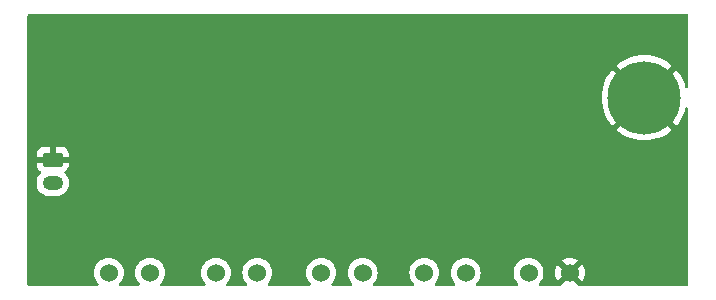
<source format=gbl>
G04 #@! TF.GenerationSoftware,KiCad,Pcbnew,8.0.0-rc1*
G04 #@! TF.CreationDate,2025-04-08T13:29:49+03:00*
G04 #@! TF.ProjectId,ST_Board_V1.0,53545f42-6f61-4726-945f-56312e302e6b,rev?*
G04 #@! TF.SameCoordinates,Original*
G04 #@! TF.FileFunction,Copper,L2,Bot*
G04 #@! TF.FilePolarity,Positive*
%FSLAX46Y46*%
G04 Gerber Fmt 4.6, Leading zero omitted, Abs format (unit mm)*
G04 Created by KiCad (PCBNEW 8.0.0-rc1) date 2025-04-08 13:29:49*
%MOMM*%
%LPD*%
G01*
G04 APERTURE LIST*
G04 Aperture macros list*
%AMRoundRect*
0 Rectangle with rounded corners*
0 $1 Rounding radius*
0 $2 $3 $4 $5 $6 $7 $8 $9 X,Y pos of 4 corners*
0 Add a 4 corners polygon primitive as box body*
4,1,4,$2,$3,$4,$5,$6,$7,$8,$9,$2,$3,0*
0 Add four circle primitives for the rounded corners*
1,1,$1+$1,$2,$3*
1,1,$1+$1,$4,$5*
1,1,$1+$1,$6,$7*
1,1,$1+$1,$8,$9*
0 Add four rect primitives between the rounded corners*
20,1,$1+$1,$2,$3,$4,$5,0*
20,1,$1+$1,$4,$5,$6,$7,0*
20,1,$1+$1,$6,$7,$8,$9,0*
20,1,$1+$1,$8,$9,$2,$3,0*%
G04 Aperture macros list end*
G04 #@! TA.AperFunction,ComponentPad*
%ADD10C,1.524000*%
G04 #@! TD*
G04 #@! TA.AperFunction,ComponentPad*
%ADD11C,0.900000*%
G04 #@! TD*
G04 #@! TA.AperFunction,ComponentPad*
%ADD12C,6.200000*%
G04 #@! TD*
G04 #@! TA.AperFunction,ComponentPad*
%ADD13O,1.750000X1.200000*%
G04 #@! TD*
G04 #@! TA.AperFunction,ComponentPad*
%ADD14RoundRect,0.250000X-0.625000X0.350000X-0.625000X-0.350000X0.625000X-0.350000X0.625000X0.350000X0*%
G04 #@! TD*
G04 APERTURE END LIST*
D10*
X153610000Y-101040000D03*
X157110000Y-101040000D03*
D11*
X174827580Y-86212000D03*
X174077580Y-88062000D03*
X174077580Y-84362000D03*
X172227580Y-88812000D03*
D12*
X172227580Y-86212000D03*
D11*
X172227580Y-83612000D03*
X170377580Y-88062000D03*
X170377580Y-84362000D03*
X169627580Y-86212000D03*
D10*
X162430000Y-101040000D03*
X165930000Y-101040000D03*
X135970000Y-101040000D03*
X139470000Y-101040000D03*
X144880000Y-101040000D03*
X148380000Y-101040000D03*
X126890000Y-101040000D03*
X130390000Y-101040000D03*
D13*
X122150000Y-93457000D03*
D14*
X122150000Y-91457000D03*
G04 #@! TA.AperFunction,Conductor*
G36*
X175903039Y-79159685D02*
G01*
X175948794Y-79212489D01*
X175960000Y-79264000D01*
X175960000Y-85290378D01*
X175940315Y-85357417D01*
X175887511Y-85403172D01*
X175818353Y-85413116D01*
X175754797Y-85384091D01*
X175717023Y-85325313D01*
X175716225Y-85322471D01*
X175656080Y-85098007D01*
X175520855Y-84745735D01*
X175349547Y-84409525D01*
X175144039Y-84093070D01*
X174945382Y-83847750D01*
X174372435Y-84420696D01*
X174377580Y-84401496D01*
X174377580Y-84322504D01*
X174357136Y-84246204D01*
X174317640Y-84177795D01*
X174261785Y-84121940D01*
X174193376Y-84082444D01*
X174117076Y-84062000D01*
X174038084Y-84062000D01*
X174018878Y-84067145D01*
X174591829Y-83494195D01*
X174591828Y-83494194D01*
X174346514Y-83295544D01*
X174030054Y-83090032D01*
X173693844Y-82918724D01*
X173341572Y-82783499D01*
X172977090Y-82685837D01*
X172977083Y-82685836D01*
X172604400Y-82626808D01*
X172227581Y-82607060D01*
X172227579Y-82607060D01*
X171850759Y-82626808D01*
X171478076Y-82685836D01*
X171478069Y-82685837D01*
X171113587Y-82783499D01*
X170761315Y-82918724D01*
X170425105Y-83090032D01*
X170108645Y-83295544D01*
X169863329Y-83494195D01*
X169863329Y-83494196D01*
X170436278Y-84067145D01*
X170417076Y-84062000D01*
X170338084Y-84062000D01*
X170261784Y-84082444D01*
X170193375Y-84121940D01*
X170137520Y-84177795D01*
X170098024Y-84246204D01*
X170077580Y-84322504D01*
X170077580Y-84401496D01*
X170082725Y-84420698D01*
X169509776Y-83847749D01*
X169509775Y-83847749D01*
X169311124Y-84093065D01*
X169105612Y-84409525D01*
X168934304Y-84745735D01*
X168799079Y-85098007D01*
X168701417Y-85462489D01*
X168701416Y-85462496D01*
X168642388Y-85835179D01*
X168622640Y-86211999D01*
X168622640Y-86212000D01*
X168642388Y-86588820D01*
X168701416Y-86961503D01*
X168701417Y-86961510D01*
X168799079Y-87325992D01*
X168934304Y-87678264D01*
X169105612Y-88014474D01*
X169311124Y-88330934D01*
X169509774Y-88576248D01*
X169509775Y-88576249D01*
X170082725Y-88003298D01*
X170077580Y-88022504D01*
X170077580Y-88101496D01*
X170098024Y-88177796D01*
X170137520Y-88246205D01*
X170193375Y-88302060D01*
X170261784Y-88341556D01*
X170338084Y-88362000D01*
X170417076Y-88362000D01*
X170436277Y-88356855D01*
X169863330Y-88929802D01*
X170108650Y-89128459D01*
X170425105Y-89333967D01*
X170761315Y-89505275D01*
X171113587Y-89640500D01*
X171478069Y-89738162D01*
X171478076Y-89738163D01*
X171850759Y-89797191D01*
X172227579Y-89816940D01*
X172227581Y-89816940D01*
X172604400Y-89797191D01*
X172977083Y-89738163D01*
X172977090Y-89738162D01*
X173341572Y-89640500D01*
X173693844Y-89505275D01*
X174030054Y-89333967D01*
X174346503Y-89128463D01*
X174591829Y-88929802D01*
X174018882Y-88356855D01*
X174038084Y-88362000D01*
X174117076Y-88362000D01*
X174193376Y-88341556D01*
X174261785Y-88302060D01*
X174317640Y-88246205D01*
X174357136Y-88177796D01*
X174377580Y-88101496D01*
X174377580Y-88022504D01*
X174372434Y-88003300D01*
X174945382Y-88576248D01*
X175144043Y-88330923D01*
X175349547Y-88014474D01*
X175520855Y-87678264D01*
X175656080Y-87325992D01*
X175716225Y-87101528D01*
X175752590Y-87041867D01*
X175815437Y-87011338D01*
X175884812Y-87019633D01*
X175938690Y-87064118D01*
X175959965Y-87130670D01*
X175960000Y-87133621D01*
X175960000Y-102016000D01*
X175940315Y-102083039D01*
X175887511Y-102128794D01*
X175836000Y-102140000D01*
X166727809Y-102140000D01*
X166660770Y-102120315D01*
X166640128Y-102103681D01*
X165957448Y-101421000D01*
X165980160Y-101421000D01*
X166077061Y-101395036D01*
X166163940Y-101344876D01*
X166234876Y-101273940D01*
X166285036Y-101187061D01*
X166311000Y-101090160D01*
X166311000Y-101067447D01*
X166981741Y-101738188D01*
X167027094Y-101673417D01*
X167027100Y-101673407D01*
X167120419Y-101473284D01*
X167120424Y-101473270D01*
X167177573Y-101259986D01*
X167177575Y-101259976D01*
X167196821Y-101040000D01*
X167196821Y-101039999D01*
X167177575Y-100820023D01*
X167177573Y-100820013D01*
X167120424Y-100606729D01*
X167120420Y-100606720D01*
X167027096Y-100406586D01*
X166981741Y-100341811D01*
X166981740Y-100341810D01*
X166311000Y-101012551D01*
X166311000Y-100989840D01*
X166285036Y-100892939D01*
X166234876Y-100806060D01*
X166163940Y-100735124D01*
X166077061Y-100684964D01*
X165980160Y-100659000D01*
X165957448Y-100659000D01*
X166628188Y-99988259D01*
X166628187Y-99988258D01*
X166563411Y-99942901D01*
X166563405Y-99942898D01*
X166363284Y-99849580D01*
X166363270Y-99849575D01*
X166149986Y-99792426D01*
X166149976Y-99792424D01*
X165930001Y-99773179D01*
X165929999Y-99773179D01*
X165710023Y-99792424D01*
X165710013Y-99792426D01*
X165496729Y-99849575D01*
X165496720Y-99849579D01*
X165296590Y-99942901D01*
X165231811Y-99988258D01*
X165902553Y-100659000D01*
X165879840Y-100659000D01*
X165782939Y-100684964D01*
X165696060Y-100735124D01*
X165625124Y-100806060D01*
X165574964Y-100892939D01*
X165549000Y-100989840D01*
X165549000Y-101012553D01*
X164878258Y-100341811D01*
X164832901Y-100406590D01*
X164739579Y-100606720D01*
X164739575Y-100606729D01*
X164682426Y-100820013D01*
X164682424Y-100820023D01*
X164663179Y-101039999D01*
X164663179Y-101040000D01*
X164682424Y-101259976D01*
X164682426Y-101259986D01*
X164739575Y-101473270D01*
X164739580Y-101473284D01*
X164832898Y-101673405D01*
X164832901Y-101673411D01*
X164878258Y-101738187D01*
X164878259Y-101738188D01*
X165549000Y-101067447D01*
X165549000Y-101090160D01*
X165574964Y-101187061D01*
X165625124Y-101273940D01*
X165696060Y-101344876D01*
X165782939Y-101395036D01*
X165879840Y-101421000D01*
X165902553Y-101421000D01*
X165219870Y-102103681D01*
X165158547Y-102137166D01*
X165132189Y-102140000D01*
X163414808Y-102140000D01*
X163347769Y-102120315D01*
X163302014Y-102067511D01*
X163292070Y-101998353D01*
X163321095Y-101934797D01*
X163327127Y-101928319D01*
X163400826Y-101854620D01*
X163527534Y-101673662D01*
X163620894Y-101473450D01*
X163678070Y-101260068D01*
X163697323Y-101040000D01*
X163678070Y-100819932D01*
X163620894Y-100606550D01*
X163527534Y-100406339D01*
X163400826Y-100225380D01*
X163244620Y-100069174D01*
X163244616Y-100069171D01*
X163244615Y-100069170D01*
X163063666Y-99942468D01*
X163063662Y-99942466D01*
X163063660Y-99942465D01*
X162863450Y-99849106D01*
X162863447Y-99849105D01*
X162863445Y-99849104D01*
X162650070Y-99791930D01*
X162650062Y-99791929D01*
X162430002Y-99772677D01*
X162429998Y-99772677D01*
X162209937Y-99791929D01*
X162209929Y-99791930D01*
X161996554Y-99849104D01*
X161996548Y-99849107D01*
X161796340Y-99942465D01*
X161796338Y-99942466D01*
X161615377Y-100069175D01*
X161459175Y-100225377D01*
X161332466Y-100406338D01*
X161332465Y-100406340D01*
X161239107Y-100606548D01*
X161239104Y-100606554D01*
X161181930Y-100819929D01*
X161181929Y-100819937D01*
X161162677Y-101039997D01*
X161162677Y-101040002D01*
X161181929Y-101260062D01*
X161181930Y-101260070D01*
X161239104Y-101473445D01*
X161239105Y-101473447D01*
X161239106Y-101473450D01*
X161332346Y-101673405D01*
X161332466Y-101673662D01*
X161332468Y-101673666D01*
X161459170Y-101854615D01*
X161459175Y-101854621D01*
X161532873Y-101928319D01*
X161566358Y-101989642D01*
X161561374Y-102059334D01*
X161519502Y-102115267D01*
X161454038Y-102139684D01*
X161445192Y-102140000D01*
X158094808Y-102140000D01*
X158027769Y-102120315D01*
X157982014Y-102067511D01*
X157972070Y-101998353D01*
X158001095Y-101934797D01*
X158007127Y-101928319D01*
X158080826Y-101854620D01*
X158207534Y-101673662D01*
X158300894Y-101473450D01*
X158358070Y-101260068D01*
X158377323Y-101040000D01*
X158358070Y-100819932D01*
X158300894Y-100606550D01*
X158207534Y-100406339D01*
X158080826Y-100225380D01*
X157924620Y-100069174D01*
X157924616Y-100069171D01*
X157924615Y-100069170D01*
X157743666Y-99942468D01*
X157743662Y-99942466D01*
X157743660Y-99942465D01*
X157543450Y-99849106D01*
X157543447Y-99849105D01*
X157543445Y-99849104D01*
X157330070Y-99791930D01*
X157330062Y-99791929D01*
X157110002Y-99772677D01*
X157109998Y-99772677D01*
X156889937Y-99791929D01*
X156889929Y-99791930D01*
X156676554Y-99849104D01*
X156676548Y-99849107D01*
X156476340Y-99942465D01*
X156476338Y-99942466D01*
X156295377Y-100069175D01*
X156139175Y-100225377D01*
X156012466Y-100406338D01*
X156012465Y-100406340D01*
X155919107Y-100606548D01*
X155919104Y-100606554D01*
X155861930Y-100819929D01*
X155861929Y-100819937D01*
X155842677Y-101039997D01*
X155842677Y-101040002D01*
X155861929Y-101260062D01*
X155861930Y-101260070D01*
X155919104Y-101473445D01*
X155919105Y-101473447D01*
X155919106Y-101473450D01*
X156012346Y-101673405D01*
X156012466Y-101673662D01*
X156012468Y-101673666D01*
X156139170Y-101854615D01*
X156139175Y-101854621D01*
X156212873Y-101928319D01*
X156246358Y-101989642D01*
X156241374Y-102059334D01*
X156199502Y-102115267D01*
X156134038Y-102139684D01*
X156125192Y-102140000D01*
X154594808Y-102140000D01*
X154527769Y-102120315D01*
X154482014Y-102067511D01*
X154472070Y-101998353D01*
X154501095Y-101934797D01*
X154507127Y-101928319D01*
X154580826Y-101854620D01*
X154707534Y-101673662D01*
X154800894Y-101473450D01*
X154858070Y-101260068D01*
X154877323Y-101040000D01*
X154858070Y-100819932D01*
X154800894Y-100606550D01*
X154707534Y-100406339D01*
X154580826Y-100225380D01*
X154424620Y-100069174D01*
X154424616Y-100069171D01*
X154424615Y-100069170D01*
X154243666Y-99942468D01*
X154243662Y-99942466D01*
X154243660Y-99942465D01*
X154043450Y-99849106D01*
X154043447Y-99849105D01*
X154043445Y-99849104D01*
X153830070Y-99791930D01*
X153830062Y-99791929D01*
X153610002Y-99772677D01*
X153609998Y-99772677D01*
X153389937Y-99791929D01*
X153389929Y-99791930D01*
X153176554Y-99849104D01*
X153176548Y-99849107D01*
X152976340Y-99942465D01*
X152976338Y-99942466D01*
X152795377Y-100069175D01*
X152639175Y-100225377D01*
X152512466Y-100406338D01*
X152512465Y-100406340D01*
X152419107Y-100606548D01*
X152419104Y-100606554D01*
X152361930Y-100819929D01*
X152361929Y-100819937D01*
X152342677Y-101039997D01*
X152342677Y-101040002D01*
X152361929Y-101260062D01*
X152361930Y-101260070D01*
X152419104Y-101473445D01*
X152419105Y-101473447D01*
X152419106Y-101473450D01*
X152512346Y-101673405D01*
X152512466Y-101673662D01*
X152512468Y-101673666D01*
X152639170Y-101854615D01*
X152639175Y-101854621D01*
X152712873Y-101928319D01*
X152746358Y-101989642D01*
X152741374Y-102059334D01*
X152699502Y-102115267D01*
X152634038Y-102139684D01*
X152625192Y-102140000D01*
X149364808Y-102140000D01*
X149297769Y-102120315D01*
X149252014Y-102067511D01*
X149242070Y-101998353D01*
X149271095Y-101934797D01*
X149277127Y-101928319D01*
X149350826Y-101854620D01*
X149477534Y-101673662D01*
X149570894Y-101473450D01*
X149628070Y-101260068D01*
X149647323Y-101040000D01*
X149628070Y-100819932D01*
X149570894Y-100606550D01*
X149477534Y-100406339D01*
X149350826Y-100225380D01*
X149194620Y-100069174D01*
X149194616Y-100069171D01*
X149194615Y-100069170D01*
X149013666Y-99942468D01*
X149013662Y-99942466D01*
X149013660Y-99942465D01*
X148813450Y-99849106D01*
X148813447Y-99849105D01*
X148813445Y-99849104D01*
X148600070Y-99791930D01*
X148600062Y-99791929D01*
X148380002Y-99772677D01*
X148379998Y-99772677D01*
X148159937Y-99791929D01*
X148159929Y-99791930D01*
X147946554Y-99849104D01*
X147946548Y-99849107D01*
X147746340Y-99942465D01*
X147746338Y-99942466D01*
X147565377Y-100069175D01*
X147409175Y-100225377D01*
X147282466Y-100406338D01*
X147282465Y-100406340D01*
X147189107Y-100606548D01*
X147189104Y-100606554D01*
X147131930Y-100819929D01*
X147131929Y-100819937D01*
X147112677Y-101039997D01*
X147112677Y-101040002D01*
X147131929Y-101260062D01*
X147131930Y-101260070D01*
X147189104Y-101473445D01*
X147189105Y-101473447D01*
X147189106Y-101473450D01*
X147282346Y-101673405D01*
X147282466Y-101673662D01*
X147282468Y-101673666D01*
X147409170Y-101854615D01*
X147409175Y-101854621D01*
X147482873Y-101928319D01*
X147516358Y-101989642D01*
X147511374Y-102059334D01*
X147469502Y-102115267D01*
X147404038Y-102139684D01*
X147395192Y-102140000D01*
X145864808Y-102140000D01*
X145797769Y-102120315D01*
X145752014Y-102067511D01*
X145742070Y-101998353D01*
X145771095Y-101934797D01*
X145777127Y-101928319D01*
X145850826Y-101854620D01*
X145977534Y-101673662D01*
X146070894Y-101473450D01*
X146128070Y-101260068D01*
X146147323Y-101040000D01*
X146128070Y-100819932D01*
X146070894Y-100606550D01*
X145977534Y-100406339D01*
X145850826Y-100225380D01*
X145694620Y-100069174D01*
X145694616Y-100069171D01*
X145694615Y-100069170D01*
X145513666Y-99942468D01*
X145513662Y-99942466D01*
X145513660Y-99942465D01*
X145313450Y-99849106D01*
X145313447Y-99849105D01*
X145313445Y-99849104D01*
X145100070Y-99791930D01*
X145100062Y-99791929D01*
X144880002Y-99772677D01*
X144879998Y-99772677D01*
X144659937Y-99791929D01*
X144659929Y-99791930D01*
X144446554Y-99849104D01*
X144446548Y-99849107D01*
X144246340Y-99942465D01*
X144246338Y-99942466D01*
X144065377Y-100069175D01*
X143909175Y-100225377D01*
X143782466Y-100406338D01*
X143782465Y-100406340D01*
X143689107Y-100606548D01*
X143689104Y-100606554D01*
X143631930Y-100819929D01*
X143631929Y-100819937D01*
X143612677Y-101039997D01*
X143612677Y-101040002D01*
X143631929Y-101260062D01*
X143631930Y-101260070D01*
X143689104Y-101473445D01*
X143689105Y-101473447D01*
X143689106Y-101473450D01*
X143782346Y-101673405D01*
X143782466Y-101673662D01*
X143782468Y-101673666D01*
X143909170Y-101854615D01*
X143909175Y-101854621D01*
X143982873Y-101928319D01*
X144016358Y-101989642D01*
X144011374Y-102059334D01*
X143969502Y-102115267D01*
X143904038Y-102139684D01*
X143895192Y-102140000D01*
X140454808Y-102140000D01*
X140387769Y-102120315D01*
X140342014Y-102067511D01*
X140332070Y-101998353D01*
X140361095Y-101934797D01*
X140367127Y-101928319D01*
X140440826Y-101854620D01*
X140567534Y-101673662D01*
X140660894Y-101473450D01*
X140718070Y-101260068D01*
X140737323Y-101040000D01*
X140718070Y-100819932D01*
X140660894Y-100606550D01*
X140567534Y-100406339D01*
X140440826Y-100225380D01*
X140284620Y-100069174D01*
X140284616Y-100069171D01*
X140284615Y-100069170D01*
X140103666Y-99942468D01*
X140103662Y-99942466D01*
X140103660Y-99942465D01*
X139903450Y-99849106D01*
X139903447Y-99849105D01*
X139903445Y-99849104D01*
X139690070Y-99791930D01*
X139690062Y-99791929D01*
X139470002Y-99772677D01*
X139469998Y-99772677D01*
X139249937Y-99791929D01*
X139249929Y-99791930D01*
X139036554Y-99849104D01*
X139036548Y-99849107D01*
X138836340Y-99942465D01*
X138836338Y-99942466D01*
X138655377Y-100069175D01*
X138499175Y-100225377D01*
X138372466Y-100406338D01*
X138372465Y-100406340D01*
X138279107Y-100606548D01*
X138279104Y-100606554D01*
X138221930Y-100819929D01*
X138221929Y-100819937D01*
X138202677Y-101039997D01*
X138202677Y-101040002D01*
X138221929Y-101260062D01*
X138221930Y-101260070D01*
X138279104Y-101473445D01*
X138279105Y-101473447D01*
X138279106Y-101473450D01*
X138372346Y-101673405D01*
X138372466Y-101673662D01*
X138372468Y-101673666D01*
X138499170Y-101854615D01*
X138499175Y-101854621D01*
X138572873Y-101928319D01*
X138606358Y-101989642D01*
X138601374Y-102059334D01*
X138559502Y-102115267D01*
X138494038Y-102139684D01*
X138485192Y-102140000D01*
X136954808Y-102140000D01*
X136887769Y-102120315D01*
X136842014Y-102067511D01*
X136832070Y-101998353D01*
X136861095Y-101934797D01*
X136867127Y-101928319D01*
X136940826Y-101854620D01*
X137067534Y-101673662D01*
X137160894Y-101473450D01*
X137218070Y-101260068D01*
X137237323Y-101040000D01*
X137218070Y-100819932D01*
X137160894Y-100606550D01*
X137067534Y-100406339D01*
X136940826Y-100225380D01*
X136784620Y-100069174D01*
X136784616Y-100069171D01*
X136784615Y-100069170D01*
X136603666Y-99942468D01*
X136603662Y-99942466D01*
X136603660Y-99942465D01*
X136403450Y-99849106D01*
X136403447Y-99849105D01*
X136403445Y-99849104D01*
X136190070Y-99791930D01*
X136190062Y-99791929D01*
X135970002Y-99772677D01*
X135969998Y-99772677D01*
X135749937Y-99791929D01*
X135749929Y-99791930D01*
X135536554Y-99849104D01*
X135536548Y-99849107D01*
X135336340Y-99942465D01*
X135336338Y-99942466D01*
X135155377Y-100069175D01*
X134999175Y-100225377D01*
X134872466Y-100406338D01*
X134872465Y-100406340D01*
X134779107Y-100606548D01*
X134779104Y-100606554D01*
X134721930Y-100819929D01*
X134721929Y-100819937D01*
X134702677Y-101039997D01*
X134702677Y-101040002D01*
X134721929Y-101260062D01*
X134721930Y-101260070D01*
X134779104Y-101473445D01*
X134779105Y-101473447D01*
X134779106Y-101473450D01*
X134872346Y-101673405D01*
X134872466Y-101673662D01*
X134872468Y-101673666D01*
X134999170Y-101854615D01*
X134999175Y-101854621D01*
X135072873Y-101928319D01*
X135106358Y-101989642D01*
X135101374Y-102059334D01*
X135059502Y-102115267D01*
X134994038Y-102139684D01*
X134985192Y-102140000D01*
X131374808Y-102140000D01*
X131307769Y-102120315D01*
X131262014Y-102067511D01*
X131252070Y-101998353D01*
X131281095Y-101934797D01*
X131287127Y-101928319D01*
X131360826Y-101854620D01*
X131487534Y-101673662D01*
X131580894Y-101473450D01*
X131638070Y-101260068D01*
X131657323Y-101040000D01*
X131638070Y-100819932D01*
X131580894Y-100606550D01*
X131487534Y-100406339D01*
X131360826Y-100225380D01*
X131204620Y-100069174D01*
X131204616Y-100069171D01*
X131204615Y-100069170D01*
X131023666Y-99942468D01*
X131023662Y-99942466D01*
X131023660Y-99942465D01*
X130823450Y-99849106D01*
X130823447Y-99849105D01*
X130823445Y-99849104D01*
X130610070Y-99791930D01*
X130610062Y-99791929D01*
X130390002Y-99772677D01*
X130389998Y-99772677D01*
X130169937Y-99791929D01*
X130169929Y-99791930D01*
X129956554Y-99849104D01*
X129956548Y-99849107D01*
X129756340Y-99942465D01*
X129756338Y-99942466D01*
X129575377Y-100069175D01*
X129419175Y-100225377D01*
X129292466Y-100406338D01*
X129292465Y-100406340D01*
X129199107Y-100606548D01*
X129199104Y-100606554D01*
X129141930Y-100819929D01*
X129141929Y-100819937D01*
X129122677Y-101039997D01*
X129122677Y-101040002D01*
X129141929Y-101260062D01*
X129141930Y-101260070D01*
X129199104Y-101473445D01*
X129199105Y-101473447D01*
X129199106Y-101473450D01*
X129292346Y-101673405D01*
X129292466Y-101673662D01*
X129292468Y-101673666D01*
X129419170Y-101854615D01*
X129419175Y-101854621D01*
X129492873Y-101928319D01*
X129526358Y-101989642D01*
X129521374Y-102059334D01*
X129479502Y-102115267D01*
X129414038Y-102139684D01*
X129405192Y-102140000D01*
X127874808Y-102140000D01*
X127807769Y-102120315D01*
X127762014Y-102067511D01*
X127752070Y-101998353D01*
X127781095Y-101934797D01*
X127787127Y-101928319D01*
X127860826Y-101854620D01*
X127987534Y-101673662D01*
X128080894Y-101473450D01*
X128138070Y-101260068D01*
X128157323Y-101040000D01*
X128138070Y-100819932D01*
X128080894Y-100606550D01*
X127987534Y-100406339D01*
X127860826Y-100225380D01*
X127704620Y-100069174D01*
X127704616Y-100069171D01*
X127704615Y-100069170D01*
X127523666Y-99942468D01*
X127523662Y-99942466D01*
X127523660Y-99942465D01*
X127323450Y-99849106D01*
X127323447Y-99849105D01*
X127323445Y-99849104D01*
X127110070Y-99791930D01*
X127110062Y-99791929D01*
X126890002Y-99772677D01*
X126889998Y-99772677D01*
X126669937Y-99791929D01*
X126669929Y-99791930D01*
X126456554Y-99849104D01*
X126456548Y-99849107D01*
X126256340Y-99942465D01*
X126256338Y-99942466D01*
X126075377Y-100069175D01*
X125919175Y-100225377D01*
X125792466Y-100406338D01*
X125792465Y-100406340D01*
X125699107Y-100606548D01*
X125699104Y-100606554D01*
X125641930Y-100819929D01*
X125641929Y-100819937D01*
X125622677Y-101039997D01*
X125622677Y-101040002D01*
X125641929Y-101260062D01*
X125641930Y-101260070D01*
X125699104Y-101473445D01*
X125699105Y-101473447D01*
X125699106Y-101473450D01*
X125792346Y-101673405D01*
X125792466Y-101673662D01*
X125792468Y-101673666D01*
X125919170Y-101854615D01*
X125919175Y-101854621D01*
X125992873Y-101928319D01*
X126026358Y-101989642D01*
X126021374Y-102059334D01*
X125979502Y-102115267D01*
X125914038Y-102139684D01*
X125905192Y-102140000D01*
X120124000Y-102140000D01*
X120056961Y-102120315D01*
X120011206Y-102067511D01*
X120000000Y-102016000D01*
X120000000Y-93543611D01*
X120774500Y-93543611D01*
X120801598Y-93714701D01*
X120855127Y-93879445D01*
X120933768Y-94033788D01*
X121035586Y-94173928D01*
X121158072Y-94296414D01*
X121298212Y-94398232D01*
X121452555Y-94476873D01*
X121617299Y-94530402D01*
X121788389Y-94557500D01*
X121788390Y-94557500D01*
X122511610Y-94557500D01*
X122511611Y-94557500D01*
X122682701Y-94530402D01*
X122847445Y-94476873D01*
X123001788Y-94398232D01*
X123141928Y-94296414D01*
X123264414Y-94173928D01*
X123366232Y-94033788D01*
X123444873Y-93879445D01*
X123498402Y-93714701D01*
X123525500Y-93543611D01*
X123525500Y-93370389D01*
X123498402Y-93199299D01*
X123444873Y-93034555D01*
X123366232Y-92880212D01*
X123264414Y-92740072D01*
X123156508Y-92632166D01*
X123123023Y-92570843D01*
X123128007Y-92501151D01*
X123169879Y-92445218D01*
X123179094Y-92438945D01*
X123243345Y-92399315D01*
X123367315Y-92275345D01*
X123459356Y-92126124D01*
X123459358Y-92126119D01*
X123514505Y-91959697D01*
X123514506Y-91959690D01*
X123524999Y-91856986D01*
X123525000Y-91856973D01*
X123525000Y-91707000D01*
X122430330Y-91707000D01*
X122450075Y-91687255D01*
X122499444Y-91601745D01*
X122525000Y-91506370D01*
X122525000Y-91407630D01*
X122499444Y-91312255D01*
X122450075Y-91226745D01*
X122430330Y-91207000D01*
X123524999Y-91207000D01*
X123524999Y-91057028D01*
X123524998Y-91057013D01*
X123514505Y-90954302D01*
X123459358Y-90787880D01*
X123459356Y-90787875D01*
X123367315Y-90638654D01*
X123243345Y-90514684D01*
X123094124Y-90422643D01*
X123094119Y-90422641D01*
X122927697Y-90367494D01*
X122927690Y-90367493D01*
X122824986Y-90357000D01*
X122400000Y-90357000D01*
X122400000Y-91176670D01*
X122380255Y-91156925D01*
X122294745Y-91107556D01*
X122199370Y-91082000D01*
X122100630Y-91082000D01*
X122005255Y-91107556D01*
X121919745Y-91156925D01*
X121900000Y-91176670D01*
X121900000Y-90357000D01*
X121475028Y-90357000D01*
X121475012Y-90357001D01*
X121372302Y-90367494D01*
X121205880Y-90422641D01*
X121205875Y-90422643D01*
X121056654Y-90514684D01*
X120932684Y-90638654D01*
X120840643Y-90787875D01*
X120840641Y-90787880D01*
X120785494Y-90954302D01*
X120785493Y-90954309D01*
X120775000Y-91057013D01*
X120775000Y-91207000D01*
X121869670Y-91207000D01*
X121849925Y-91226745D01*
X121800556Y-91312255D01*
X121775000Y-91407630D01*
X121775000Y-91506370D01*
X121800556Y-91601745D01*
X121849925Y-91687255D01*
X121869670Y-91707000D01*
X120775001Y-91707000D01*
X120775001Y-91856986D01*
X120785494Y-91959697D01*
X120840641Y-92126119D01*
X120840643Y-92126124D01*
X120932684Y-92275345D01*
X121056656Y-92399317D01*
X121120906Y-92438946D01*
X121167631Y-92490893D01*
X121178854Y-92559856D01*
X121151011Y-92623938D01*
X121143492Y-92632166D01*
X121035585Y-92740073D01*
X120933768Y-92880211D01*
X120855128Y-93034552D01*
X120801597Y-93199302D01*
X120774500Y-93370389D01*
X120774500Y-93543611D01*
X120000000Y-93543611D01*
X120000000Y-79264000D01*
X120019685Y-79196961D01*
X120072489Y-79151206D01*
X120124000Y-79140000D01*
X175836000Y-79140000D01*
X175903039Y-79159685D01*
G37*
G04 #@! TD.AperFunction*
G04 #@! TA.AperFunction,Conductor*
G36*
X170637794Y-87606205D02*
G01*
X170833375Y-87801786D01*
X170922759Y-87870372D01*
X170672435Y-88120697D01*
X170677580Y-88101496D01*
X170677580Y-88022504D01*
X170657136Y-87946204D01*
X170617640Y-87877795D01*
X170561785Y-87821940D01*
X170493376Y-87782444D01*
X170417076Y-87762000D01*
X170338084Y-87762000D01*
X170318878Y-87767145D01*
X170569206Y-87516818D01*
X170637794Y-87606205D01*
G37*
G04 #@! TD.AperFunction*
G04 #@! TA.AperFunction,Conductor*
G36*
X174136279Y-87767145D02*
G01*
X174117076Y-87762000D01*
X174038084Y-87762000D01*
X173961784Y-87782444D01*
X173893375Y-87821940D01*
X173837520Y-87877795D01*
X173798024Y-87946204D01*
X173777580Y-88022504D01*
X173777580Y-88101496D01*
X173782724Y-88120697D01*
X173532400Y-87870372D01*
X173621785Y-87801786D01*
X173817366Y-87606205D01*
X173885953Y-87516819D01*
X174136279Y-87767145D01*
G37*
G04 #@! TD.AperFunction*
G04 #@! TA.AperFunction,Conductor*
G36*
X170922760Y-84553626D02*
G01*
X170833375Y-84622214D01*
X170637794Y-84817795D01*
X170569206Y-84907179D01*
X170318881Y-84656854D01*
X170338084Y-84662000D01*
X170417076Y-84662000D01*
X170493376Y-84641556D01*
X170561785Y-84602060D01*
X170617640Y-84546205D01*
X170657136Y-84477796D01*
X170677580Y-84401496D01*
X170677580Y-84322504D01*
X170672434Y-84303301D01*
X170922760Y-84553626D01*
G37*
G04 #@! TD.AperFunction*
G04 #@! TA.AperFunction,Conductor*
G36*
X173777580Y-84322504D02*
G01*
X173777580Y-84401496D01*
X173798024Y-84477796D01*
X173837520Y-84546205D01*
X173893375Y-84602060D01*
X173961784Y-84641556D01*
X174038084Y-84662000D01*
X174117076Y-84662000D01*
X174136276Y-84656855D01*
X173885952Y-84907179D01*
X173817366Y-84817795D01*
X173621785Y-84622214D01*
X173532399Y-84553626D01*
X173782725Y-84303299D01*
X173777580Y-84322504D01*
G37*
G04 #@! TD.AperFunction*
M02*

</source>
